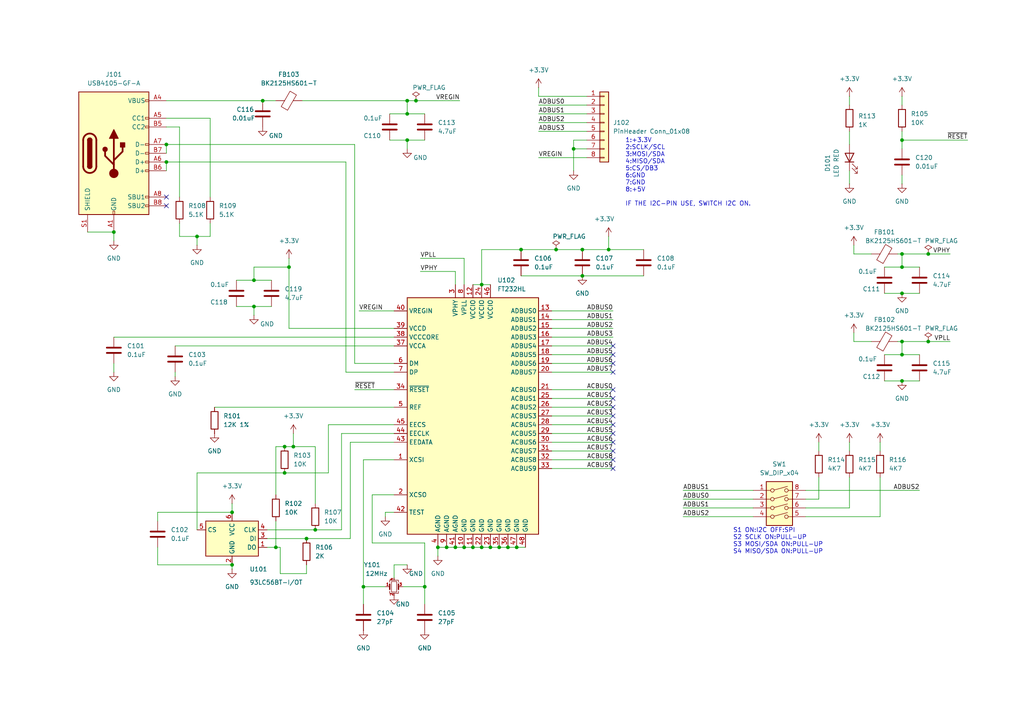
<source format=kicad_sch>
(kicad_sch (version 20250114) (generator "eeschema") (generator_version "9.0")
  (paper "A4")
  (title_block (title "I2C-SPI-UART ADAPTER R2") (date "2025-11-18") (rev "Rev.3") (company "HNZ") (comment 1 "Licensed under CC-BY-SA V4.0") (comment 2 "2025 (C) Hiroshi Nakajima <hnakamiru1103@gmail.com>"))
  (lib_symbols
    (symbol "Device:C" (pin_numbers (hide yes)) (pin_names (offset 0.254))
      (property "Reference" "C" (at 0.635 2.54 0))
      (property "Value" "C" (at 0.635 -2.54 0))
      (symbol "C_0_1"
        (polyline (pts (xy -2.032 0.762) (xy 2.032 0.762)) (stroke (width 0.508)))
        (polyline (pts (xy -2.032 -0.762) (xy 2.032 -0.762)) (stroke (width 0.508)))
      )
      (symbol "C_1_1"
        (pin passive line (at 0 3.81 270) (length 2.794) (name "~") (number "1"))
        (pin passive line (at 0 -3.81 90) (length 2.794) (name "~") (number "2"))
      )
    )
    (symbol "Device:FerriteBead" (pin_numbers (hide yes)) (pin_names (offset 0))
      (property "Reference" "FB" (at -3.81 0.635 90))
      (property "Value" "FerriteBead" (at 3.81 0 90))
      (symbol "FerriteBead_0_1"
        (polyline (pts (xy -2.7686 0.4064) (xy -1.7018 2.2606) (xy 2.7686 -0.3048) (xy 1.6764 -2.159) (xy -2.7686 0.4064)))
        (polyline (pts (xy 0 1.27) (xy 0 1.2954)))
        (polyline (pts (xy 0 -1.27) (xy 0 -1.2192)))
      )
      (symbol "FerriteBead_1_1"
        (pin passive line (at 0 3.81 270) (length 2.54) (name "~") (number "1"))
        (pin passive line (at 0 -3.81 90) (length 2.54) (name "~") (number "2"))
      )
    )
    (symbol "Device:LED" (pin_numbers (hide yes)) (pin_names (offset 1.016) (hide yes))
      (property "Reference" "D" (at 0 2.54 0))
      (property "Value" "LED" (at 0 -2.54 0))
      (symbol "LED_0_1"
        (polyline (pts (xy -3.048 -0.762) (xy -4.572 -2.286) (xy -3.81 -2.286) (xy -4.572 -2.286) (xy -4.572 -1.524)))
        (polyline (pts (xy -1.778 -0.762) (xy -3.302 -2.286) (xy -2.54 -2.286) (xy -3.302 -2.286) (xy -3.302 -1.524)))
        (polyline (pts (xy -1.27 0) (xy 1.27 0)))
        (polyline (pts (xy -1.27 -1.27) (xy -1.27 1.27)) (stroke (width 0.254)))
        (polyline (pts (xy 1.27 -1.27) (xy 1.27 1.27) (xy -1.27 0) (xy 1.27 -1.27)) (stroke (width 0.254)))
      )
      (symbol "LED_1_1"
        (pin passive line (at -3.81 0 0) (length 2.54) (name "K") (number "1"))
        (pin passive line (at 3.81 0 180) (length 2.54) (name "A") (number "2"))
      )
    )
    (symbol "Device:R" (pin_numbers (hide yes)) (pin_names (offset 0))
      (property "Reference" "R" (at 2.032 0 90))
      (property "Value" "R" (at 0 0 90))
      (symbol "R_0_1"
        (rectangle (start -1.016 -2.54) (end 1.016 2.54) (stroke (width 0.254)))
      )
      (symbol "R_1_1"
        (pin passive line (at 0 3.81 270) (length 1.27) (name "~") (number "1"))
        (pin passive line (at 0 -3.81 90) (length 1.27) (name "~") (number "2"))
      )
    )
    (symbol "Memory_EEPROM:93LCxxBxxOT"
      (property "Reference" "U" (at -6.35 6.35 0))
      (property "Value" "93LCxxBxxOT" (at 7.62 -6.35 0))
      (symbol "93LCxxBxxOT_0_1"
        (rectangle (start -7.62 5.08) (end 7.62 -5.08) (stroke (width 0.254)) (fill (type background)))
      )
      (symbol "93LCxxBxxOT_1_1"
        (pin input line (at -10.16 2.54 0) (length 2.54) (name "CS") (number "5"))
        (pin power_in line (at 0 7.62 270) (length 2.54) (name "VCC") (number "6"))
        (pin power_in line (at 0 -7.62 90) (length 2.54) (name "GND") (number "2"))
        (pin input line (at 10.16 2.54 180) (length 2.54) (name "CLK") (number "4"))
        (pin input line (at 10.16 0 180) (length 2.54) (name "DI") (number "3"))
        (pin tri_state line (at 10.16 -2.54 180) (length 2.54) (name "DO") (number "1"))
      )
    )
    (symbol "Switch:SW_DIP_x04" (pin_names (offset 0) (hide yes))
      (property "Reference" "SW" (at 0 8.89 0))
      (property "Value" "SW_DIP_x04" (at 0 -6.35 0))
      (symbol "SW_DIP_x04_0_0"
        (circle (center -2.032 5.08) (radius 0.508))
        (circle (center -2.032 2.54) (radius 0.508))
        (circle (center -2.032 0) (radius 0.508))
        (circle (center -2.032 -2.54) (radius 0.508))
        (polyline (pts (xy -1.524 5.207) (xy 2.3622 6.2484)))
        (polyline (pts (xy -1.524 2.667) (xy 2.3622 3.7084)))
        (polyline (pts (xy -1.524 0.127) (xy 2.3622 1.1684)))
        (polyline (pts (xy -1.524 -2.3876) (xy 2.3622 -1.3462)))
        (circle (center 2.032 5.08) (radius 0.508))
        (circle (center 2.032 2.54) (radius 0.508))
        (circle (center 2.032 0) (radius 0.508))
        (circle (center 2.032 -2.54) (radius 0.508))
      )
      (symbol "SW_DIP_x04_0_1"
        (rectangle (start -3.81 7.62) (end 3.81 -5.08) (stroke (width 0.254)) (fill (type background)))
      )
      (symbol "SW_DIP_x04_1_1"
        (pin passive line (at -7.62 5.08 0) (length 5.08) (name "~") (number "1"))
        (pin passive line (at -7.62 2.54 0) (length 5.08) (name "~") (number "2"))
        (pin passive line (at -7.62 0 0) (length 5.08) (name "~") (number "3"))
        (pin passive line (at -7.62 -2.54 0) (length 5.08) (name "~") (number "4"))
        (pin passive line (at 7.62 5.08 180) (length 5.08) (name "~") (number "8"))
        (pin passive line (at 7.62 2.54 180) (length 5.08) (name "~") (number "7"))
        (pin passive line (at 7.62 0 180) (length 5.08) (name "~") (number "6"))
        (pin passive line (at 7.62 -2.54 180) (length 5.08) (name "~") (number "5"))
      )
    )
    (symbol "hnk:PinHeader Conn_01x08" (pin_names (offset 1.016) (hide yes))
      (property "Reference" "J" (at 0 10.16 0))
      (property "Value" "PinHeader Conn_01x08" (at 0 -12.7 0))
      (symbol "PinHeader Conn_01x08_1_1"
        (rectangle (start -1.27 8.89) (end 1.27 -11.43) (stroke (width 0.254)) (fill (type background)))
        (rectangle (start -1.27 7.747) (end 0 7.493) (stroke (width 0.1524)))
        (rectangle (start -1.27 5.207) (end 0 4.953) (stroke (width 0.1524)))
        (rectangle (start -1.27 2.667) (end 0 2.413) (stroke (width 0.1524)))
        (rectangle (start -1.27 0.127) (end 0 -0.127) (stroke (width 0.1524)))
        (rectangle (start -1.27 -2.413) (end 0 -2.667) (stroke (width 0.1524)))
        (rectangle (start -1.27 -4.953) (end 0 -5.207) (stroke (width 0.1524)))
        (rectangle (start -1.27 -7.493) (end 0 -7.747) (stroke (width 0.1524)))
        (rectangle (start -1.27 -10.033) (end 0 -10.287) (stroke (width 0.1524)))
        (pin passive line (at -5.08 7.62 0) (length 3.81) (name "Pin_1") (number "1"))
        (pin passive line (at -5.08 5.08 0) (length 3.81) (name "Pin_2") (number "2"))
        (pin passive line (at -5.08 2.54 0) (length 3.81) (name "Pin_3") (number "3"))
        (pin passive line (at -5.08 0 0) (length 3.81) (name "Pin_4") (number "4"))
        (pin passive line (at -5.08 -2.54 0) (length 3.81) (name "Pin_5") (number "5"))
        (pin passive line (at -5.08 -5.08 0) (length 3.81) (name "Pin_6") (number "6"))
        (pin passive line (at -5.08 -7.62 0) (length 3.81) (name "Pin_7") (number "7"))
        (pin passive line (at -5.08 -10.16 0) (length 3.81) (name "Pin_8") (number "8"))
      )
    )
    (symbol "power:+3.3V" (power) (pin_numbers (hide yes)) (pin_names (offset 0) (hide yes))
      (property "Value" "+3.3V" (at 0 3.556 0))
      (symbol "+3.3V_0_1"
        (polyline (pts (xy -0.762 1.27) (xy 0 2.54)))
        (polyline (pts (xy 0 2.54) (xy 0.762 1.27)))
        (polyline (pts (xy 0 0) (xy 0 2.54)))
      )
      (symbol "+3.3V_1_1"
        (pin power_in line (at 0 0 90) (length 0) (name "~") (number "1"))
      )
    )
    (symbol "power:GND" (power) (pin_numbers (hide yes)) (pin_names (offset 0) (hide yes))
      (property "Value" "GND" (at 0 -3.81 0))
      (symbol "GND_0_1"
        (polyline (pts (xy 0 0) (xy 0 -1.27) (xy 1.27 -1.27) (xy 0 -2.54) (xy -1.27 -1.27) (xy 0 -1.27)))
      )
      (symbol "GND_1_1"
        (pin power_in line (at 0 0 270) (length 0) (name "~") (number "1"))
      )
    )
    (symbol "power:PWR_FLAG" (power) (pin_numbers (hide yes)) (pin_names (offset 0) (hide yes))
      (property "Value" "PWR_FLAG" (at 0 3.81 0))
      (symbol "PWR_FLAG_0_0"
        (pin power_out line (at 0 0 90) (length 0) (name "~") (number "1"))
      )
      (symbol "PWR_FLAG_0_1"
        (polyline (pts (xy 0 0) (xy 0 1.27) (xy -1.016 1.905) (xy 0 2.54) (xy 1.016 1.905) (xy 0 1.27)))
      )
    )
    (symbol "tbctl:0.1uF" (pin_numbers (hide yes)) (pin_names (offset 0.254))
      (property "Reference" "C" (at 0.635 2.54 0))
      (property "Value" "0.1uF" (at 0.635 -2.54 0))
      (symbol "0.1uF_0_1"
        (polyline (pts (xy -2.032 0.762) (xy 2.032 0.762)) (stroke (width 0.508)))
        (polyline (pts (xy -2.032 -0.762) (xy 2.032 -0.762)) (stroke (width 0.508)))
      )
      (symbol "0.1uF_1_1"
        (pin passive line (at 0 3.81 270) (length 2.794) (name "~") (number "1"))
        (pin passive line (at 0 -3.81 90) (length 2.794) (name "~") (number "2"))
      )
    )
    (symbol "tbctl:0R" (pin_numbers (hide yes)) (pin_names (offset 0))
      (property "Reference" "R" (at 2.032 0 90))
      (property "Value" "0R" (at 0 0 90))
      (symbol "0R_0_1"
        (rectangle (start -1.016 -2.54) (end 1.016 2.54) (stroke (width 0.254)))
      )
      (symbol "0R_1_1"
        (pin passive line (at 0 3.81 270) (length 1.27) (name "~") (number "1"))
        (pin passive line (at 0 -3.81 90) (length 1.27) (name "~") (number "2"))
      )
    )
    (symbol "tbctl:12MHz" (pin_names (offset 1.016) (hide yes))
      (property "Reference" "Y" (at 1.27 4.445 0))
      (property "Value" "12MHz" (at 1.27 2.54 0))
      (symbol "12MHz_0_1"
        (polyline (pts (xy -1.27 1.27) (xy -1.27 1.905) (xy 1.27 1.905) (xy 1.27 1.27)))
        (polyline (pts (xy -1.27 -0.762) (xy -1.27 0.762)) (stroke (width 0.381)))
        (polyline (pts (xy -1.27 -1.27) (xy -1.27 -1.905) (xy 1.27 -1.905) (xy 1.27 -1.27)))
        (rectangle (start -0.762 -1.524) (end 0.762 1.524))
        (polyline (pts (xy 1.27 -0.762) (xy 1.27 0.762)) (stroke (width 0.381)))
      )
      (symbol "12MHz_1_1"
        (pin passive line (at -2.54 0 0) (length 1.27) (name "1") (number "1"))
        (pin passive line (at 0 2.54 270) (length 0.635) (name "4") (number "4"))
        (pin passive line (at 0 -2.54 90) (length 0.635) (name "2") (number "2"))
        (pin passive line (at 2.54 0 180) (length 1.27) (name "3") (number "3"))
      )
    )
    (symbol "tbctl:601-T" (pin_numbers (hide yes)) (pin_names (offset 0))
      (property "Reference" "FB" (at -3.81 0.635 90))
      (property "Value" "601-T" (at 3.81 0 90))
      (symbol "601-T_0_1"
        (polyline (pts (xy -2.7686 0.4064) (xy -1.7018 2.2606) (xy 2.7686 -0.3048) (xy 1.6764 -2.159) (xy -2.7686 0.4064)))
        (polyline (pts (xy 0 1.27) (xy 0 1.2954)))
        (polyline (pts (xy 0 -1.27) (xy 0 -1.2192)))
      )
      (symbol "601-T_1_1"
        (pin passive line (at 0 3.81 270) (length 2.54) (name "~") (number "1"))
        (pin passive line (at 0 -3.81 90) (length 2.54) (name "~") (number "2"))
      )
    )
    (symbol "tbctl:FT232HL"
      (property "Reference" "U" (at -19.05 35.56 0))
      (property "Value" "FT232HL" (at 12.7 35.56 0))
      (symbol "FT232HL_0_1"
        (rectangle (start -19.05 34.29) (end 19.05 -34.29) (stroke (width 0.254)) (fill (type background)))
      )
      (symbol "FT232HL_1_1"
        (pin power_in line (at -22.86 30.48 0) (length 3.81) (name "VREGIN") (number "40"))
        (pin power_in line (at -22.86 25.4 0) (length 3.81) (name "VCCD") (number "39"))
        (pin power_out line (at -22.86 22.86 0) (length 3.81) (name "VCCCORE") (number "38"))
        (pin power_out line (at -22.86 20.32 0) (length 3.81) (name "VCCA") (number "37"))
        (pin bidirectional line (at -22.86 15.24 0) (length 3.81) (name "DM") (number "6"))
        (pin bidirectional line (at -22.86 12.7 0) (length 3.81) (name "DP") (number "7"))
        (pin input line (at -22.86 7.62 0) (length 3.81) (name "~{RESET}") (number "34"))
        (pin input line (at -22.86 2.54 0) (length 3.81) (name "REF") (number "5"))
        (pin input line (at -22.86 -2.54 0) (length 3.81) (name "EECS") (number "45"))
        (pin input line (at -22.86 -5.08 0) (length 3.81) (name "EECLK") (number "44"))
        (pin bidirectional line (at -22.86 -7.62 0) (length 3.81) (name "EEDATA") (number "43"))
        (pin input line (at -22.86 -12.7 0) (length 3.81) (name "XCSI") (number "1"))
        (pin output line (at -22.86 -22.86 0) (length 3.81) (name "XCSO") (number "2"))
        (pin input line (at -22.86 -27.94 0) (length 3.81) (name "TEST") (number "42"))
        (pin power_in line (at -10.16 -38.1 90) (length 3.81) (name "AGND") (number "4"))
        (pin power_in line (at -7.62 -38.1 90) (length 3.81) (name "AGND") (number "9"))
        (pin power_in line (at -5.08 38.1 270) (length 3.81) (name "VPHY") (number "3"))
        (pin power_in line (at -5.08 -38.1 90) (length 3.81) (name "AGND") (number "41"))
        (pin power_in line (at -2.54 38.1 270) (length 3.81) (name "VPLL") (number "8"))
        (pin power_in line (at -2.54 -38.1 90) (length 3.81) (name "GND") (number "10"))
        (pin power_in line (at 0 38.1 270) (length 3.81) (name "VCCIO") (number "12"))
        (pin power_in line (at 0 -38.1 90) (length 3.81) (name "GND") (number "11"))
        (pin power_in line (at 2.54 38.1 270) (length 3.81) (name "VCCIO") (number "24"))
        (pin power_in line (at 2.54 -38.1 90) (length 3.81) (name "GND") (number "22"))
        (pin power_in line (at 5.08 38.1 270) (length 3.81) (name "VCCIO") (number "46"))
        (pin power_in line (at 5.08 -38.1 90) (length 3.81) (name "GND") (number "23"))
        (pin power_in line (at 7.62 -38.1 90) (length 3.81) (name "GND") (number "35"))
        (pin power_in line (at 10.16 -38.1 90) (length 3.81) (name "GND") (number "36"))
        (pin power_in line (at 12.7 -38.1 90) (length 3.81) (name "GND") (number "47"))
        (pin power_in line (at 15.24 -38.1 90) (length 3.81) (name "GND") (number "48"))
        (pin bidirectional line (at 22.86 30.48 180) (length 3.81) (name "ADBUS0") (number "13"))
        (pin bidirectional line (at 22.86 27.94 180) (length 3.81) (name "ADBUS1") (number "14"))
        (pin bidirectional line (at 22.86 25.4 180) (length 3.81) (name "ADBUS2") (number "15"))
        (pin bidirectional line (at 22.86 22.86 180) (length 3.81) (name "ADBUS3") (number "16"))
        (pin bidirectional line (at 22.86 20.32 180) (length 3.81) (name "ADBUS4") (number "17"))
        (pin bidirectional line (at 22.86 17.78 180) (length 3.81) (name "ADBUS5") (number "18"))
        (pin bidirectional line (at 22.86 15.24 180) (length 3.81) (name "ADBUS6") (number "19"))
        (pin bidirectional line (at 22.86 12.7 180) (length 3.81) (name "ADBUS7") (number "20"))
        (pin bidirectional line (at 22.86 7.62 180) (length 3.81) (name "ACBUS0") (number "21"))
        (pin bidirectional line (at 22.86 5.08 180) (length 3.81) (name "ACBUS1") (number "25"))
        (pin bidirectional line (at 22.86 2.54 180) (length 3.81) (name "ACBUS2") (number "26"))
        (pin bidirectional line (at 22.86 0 180) (length 3.81) (name "ACBUS3") (number "27"))
        (pin bidirectional line (at 22.86 -2.54 180) (length 3.81) (name "ACBUS4") (number "28"))
        (pin bidirectional line (at 22.86 -5.08 180) (length 3.81) (name "ACBUS5") (number "29"))
        (pin bidirectional line (at 22.86 -7.62 180) (length 3.81) (name "ACBUS6") (number "30"))
        (pin bidirectional line (at 22.86 -10.16 180) (length 3.81) (name "ACBUS7") (number "31"))
        (pin bidirectional line (at 22.86 -12.7 180) (length 3.81) (name "ACBUS8") (number "32"))
        (pin bidirectional line (at 22.86 -15.24 180) (length 3.81) (name "ACBUS9") (number "33"))
      )
    )
    (symbol "tbctl:USB_C_Receptacle_USB2.0_5077CR" (pin_names (offset 1.016))
      (property "Reference" "J" (at -10.16 19.05 0))
      (property "Value" "USB_C_Receptacle_USB2.0_5077CR" (at 19.05 19.05 0))
      (symbol "USB_C_Receptacle_USB2.0_5077CR_0_0"
        (rectangle (start -0.254 -17.78) (end 0.254 -16.764))
        (rectangle (start 10.16 15.494) (end 9.144 14.986))
        (rectangle (start 10.16 10.414) (end 9.144 9.906))
        (rectangle (start 10.16 7.874) (end 9.144 7.366))
        (rectangle (start 10.16 2.794) (end 9.144 2.286))
        (rectangle (start 10.16 0.254) (end 9.144 -0.254))
        (rectangle (start 10.16 -2.286) (end 9.144 -2.794))
        (rectangle (start 10.16 -4.826) (end 9.144 -5.334))
        (rectangle (start 10.16 -12.446) (end 9.144 -12.954))
        (rectangle (start 10.16 -14.986) (end 9.144 -15.494))
      )
      (symbol "USB_C_Receptacle_USB2.0_5077CR_0_1"
        (rectangle (start -10.16 17.78) (end 10.16 -17.78) (stroke (width 0.254)) (fill (type background)))
        (polyline (pts (xy -8.89 -3.81) (xy -8.89 3.81)) (stroke (width 0.508)))
        (rectangle (start -7.62 -3.81) (end -6.35 3.81) (stroke (width 0.254)) (fill (type outline)))
        (arc (start -7.62 3.81) (mid -6.985 4.4423) (end -6.35 3.81) (stroke (width 0.254)))
        (arc (start -7.62 3.81) (mid -6.985 4.4423) (end -6.35 3.81) (stroke (width 0.254)) (fill (type outline)))
        (arc (start -8.89 3.81) (mid -6.985 5.7067) (end -5.08 3.81) (stroke (width 0.508)))
        (arc (start -5.08 -3.81) (mid -6.985 -5.7067) (end -8.89 -3.81) (stroke (width 0.508)))
        (arc (start -6.35 -3.81) (mid -6.985 -4.4423) (end -7.62 -3.81) (stroke (width 0.254)))
        (arc (start -6.35 -3.81) (mid -6.985 -4.4423) (end -7.62 -3.81) (stroke (width 0.254)) (fill (type outline)))
        (polyline (pts (xy -5.08 3.81) (xy -5.08 -3.81)) (stroke (width 0.508)))
        (circle (center -2.54 1.143) (radius 0.635) (stroke (width 0.254)) (fill (type outline)))
        (polyline (pts (xy -1.27 4.318) (xy 0 6.858) (xy 1.27 4.318) (xy -1.27 4.318)) (stroke (width 0.254)) (fill (type outline)))
        (polyline (pts (xy 0 -2.032) (xy 2.54 0.508) (xy 2.54 1.778)) (stroke (width 0.508)))
        (polyline (pts (xy 0 -3.302) (xy -2.54 -0.762) (xy -2.54 0.508)) (stroke (width 0.508)))
        (polyline (pts (xy 0 -5.842) (xy 0 4.318)) (stroke (width 0.508)))
        (circle (center 0 -5.842) (radius 1.27) (fill (type outline)))
        (rectangle (start 1.905 1.778) (end 3.175 3.048) (stroke (width 0.254)) (fill (type outline)))
      )
      (symbol "USB_C_Receptacle_USB2.0_5077CR_1_1"
        (pin passive line (at -7.62 -22.86 90) (length 5.08) (name "SHIELD") (number "S1"))
        (pin passive line (at 0 -22.86 90) (length 5.08) (name "GND") (number "A1"))
        (pin passive line (at 0 -22.86 90) (length 5.08) (hide yes) (name "GND") (number "A12"))
        (pin passive line (at 0 -22.86 90) (length 5.08) (hide yes) (name "GND") (number "B1"))
        (pin passive line (at 0 -22.86 90) (length 5.08) (hide yes) (name "GND") (number "B12"))
        (pin passive line (at 15.24 15.24 180) (length 5.08) (name "VBUS") (number "A4"))
        (pin passive line (at 15.24 15.24 180) (length 5.08) (hide yes) (name "VBUS") (number "A9"))
        (pin passive line (at 15.24 15.24 180) (length 5.08) (hide yes) (name "VBUS") (number "B4"))
        (pin passive line (at 15.24 15.24 180) (length 5.08) (hide yes) (name "VBUS") (number "B9"))
        (pin bidirectional line (at 15.24 10.16 180) (length 5.08) (name "CC1") (number "A5"))
        (pin bidirectional line (at 15.24 7.62 180) (length 5.08) (name "CC2") (number "B5"))
        (pin bidirectional line (at 15.24 2.54 180) (length 5.08) (name "D-") (number "A7"))
        (pin bidirectional line (at 15.24 0 180) (length 5.08) (name "D-") (number "B7"))
        (pin bidirectional line (at 15.24 -2.54 180) (length 5.08) (name "D+") (number "A6"))
        (pin bidirectional line (at 15.24 -5.08 180) (length 5.08) (name "D+") (number "B6"))
        (pin bidirectional line (at 15.24 -12.7 180) (length 5.08) (name "SBU1") (number "A8"))
        (pin bidirectional line (at 15.24 -15.24 180) (length 5.08) (name "SBU2") (number "B8"))
      )
    )
  )
  (text "1:+3.3V\n2:SCLK/SCL\n3:MOSI/SDA\n4:MISO/SDA\n5:CS/DB3\n6:GND\n7:GND\n8:+5V\n\nIF THE I2C-PIN USE, SWITCH I2C ON. " (at 181.356 59.944 0) (effects (font (size 1.27 1.27)) (justify left bottom)))
  (text "S1 ON:I2C OFF:SPI\nS2 SCLK ON:PULL-UP\nS3 MOSI/SDA ON:PULL-UP\nS4 MISO/SDA ON:PULL-UP" (at 212.598 156.972 0) (effects (font (size 1.27 1.27)) (justify left)))
  (junction (at 261.62 73.66))
  (junction (at 123.19 170.18))
  (junction (at 144.78 158.75))
  (junction (at 166.37 43.18))
  (junction (at 142.24 158.75))
  (junction (at 105.41 170.18))
  (junction (at 261.62 77.47))
  (junction (at 261.62 40.64))
  (junction (at 147.32 158.75))
  (junction (at 139.7 158.75))
  (junction (at 176.53 72.39))
  (junction (at 132.08 158.75))
  (junction (at 129.54 158.75))
  (junction (at 118.11 29.21))
  (junction (at 76.2 29.21))
  (junction (at 82.55 137.16))
  (junction (at 82.55 129.54))
  (junction (at 137.16 158.75))
  (junction (at 85.09 129.54))
  (junction (at 67.31 148.59))
  (junction (at 120.65 29.21))
  (junction (at 261.62 102.87))
  (junction (at 127 158.75))
  (junction (at 261.62 99.06))
  (junction (at 139.7 82.55))
  (junction (at 134.62 158.75))
  (junction (at 57.15 68.58))
  (junction (at 73.66 88.9))
  (junction (at 83.82 77.47))
  (junction (at 118.11 33.02))
  (junction (at 269.24 99.06))
  (junction (at 48.26 46.99))
  (junction (at 88.9 156.21))
  (junction (at 151.13 72.39))
  (junction (at 269.24 73.66))
  (junction (at 33.02 67.31))
  (junction (at 168.91 72.39))
  (junction (at 149.86 158.75))
  (junction (at 73.66 81.28))
  (junction (at 168.91 80.01))
  (junction (at 80.01 158.75))
  (junction (at 118.11 40.64))
  (junction (at 161.29 72.39))
  (junction (at 67.31 163.83))
  (junction (at 261.62 85.09))
  (junction (at 261.62 110.49))
  (junction (at 91.44 153.67))
  (junction (at 48.26 41.91))
  (no_connect (at 48.26 57.15))
  (no_connect (at 177.8 115.57))
  (no_connect (at 177.8 128.27))
  (no_connect (at 177.8 107.95))
  (no_connect (at 177.8 133.35))
  (no_connect (at 48.26 59.69))
  (no_connect (at 177.8 120.65))
  (no_connect (at 177.8 123.19))
  (no_connect (at 177.8 102.87))
  (no_connect (at 177.8 130.81))
  (no_connect (at 177.8 118.11))
  (no_connect (at 177.8 135.89))
  (no_connect (at 177.8 113.03))
  (no_connect (at 177.8 100.33))
  (no_connect (at 177.8 105.41))
  (no_connect (at 177.8 125.73))
  (wire (pts (xy 102.87 105.41) (xy 114.3 105.41)))
  (wire (pts (xy 139.7 82.55) (xy 142.24 82.55)))
  (wire (pts (xy 99.06 125.73) (xy 114.3 125.73)))
  (wire (pts (xy 104.14 90.17) (xy 114.3 90.17)))
  (wire (pts (xy 129.54 158.75) (xy 132.08 158.75)))
  (wire (pts (xy 77.47 156.21) (xy 88.9 156.21)))
  (wire (pts (xy 81.28 166.37) (xy 81.28 158.75)))
  (wire (pts (xy 142.24 158.75) (xy 144.78 158.75)))
  (wire (pts (xy 160.02 107.95) (xy 177.8 107.95)))
  (wire (pts (xy 95.25 123.19) (xy 95.25 137.16)))
  (wire (pts (xy 91.44 146.05) (xy 91.44 129.54)))
  (wire (pts (xy 237.49 138.43) (xy 237.49 144.78)))
  (wire (pts (xy 33.02 107.95) (xy 33.02 105.41)))
  (wire (pts (xy 88.9 163.83) (xy 88.9 166.37)))
  (wire (pts (xy 102.87 113.03) (xy 114.3 113.03)))
  (wire (pts (xy 269.24 73.66) (xy 275.59 73.66)))
  (wire (pts (xy 160.02 135.89) (xy 177.8 135.89)))
  (wire (pts (xy 50.8 109.22) (xy 50.8 107.95)))
  (wire (pts (xy 237.49 128.27) (xy 237.49 130.81)))
  (wire (pts (xy 81.28 158.75) (xy 80.01 158.75)))
  (wire (pts (xy 255.27 138.43) (xy 255.27 149.86)))
  (wire (pts (xy 68.58 81.28) (xy 73.66 81.28)))
  (wire (pts (xy 176.53 72.39) (xy 168.91 72.39)))
  (wire (pts (xy 233.68 147.32) (xy 246.38 147.32)))
  (wire (pts (xy 161.29 72.39) (xy 151.13 72.39)))
  (wire (pts (xy 156.21 35.56) (xy 170.18 35.56)))
  (wire (pts (xy 48.26 41.91) (xy 102.87 41.91)))
  (wire (pts (xy 198.12 142.24) (xy 218.44 142.24)))
  (wire (pts (xy 149.86 158.75) (xy 152.4 158.75)))
  (wire (pts (xy 33.02 97.79) (xy 114.3 97.79)))
  (wire (pts (xy 160.02 125.73) (xy 177.8 125.73)))
  (wire (pts (xy 100.33 107.95) (xy 114.3 107.95)))
  (wire (pts (xy 261.62 50.8) (xy 261.62 53.34)))
  (wire (pts (xy 114.3 148.59) (xy 111.76 148.59)))
  (wire (pts (xy 256.54 110.49) (xy 261.62 110.49)))
  (wire (pts (xy 261.62 85.09) (xy 266.7 85.09)))
  (wire (pts (xy 85.09 129.54) (xy 91.44 129.54)))
  (wire (pts (xy 83.82 74.93) (xy 83.82 77.47)))
  (wire (pts (xy 198.12 147.32) (xy 218.44 147.32)))
  (wire (pts (xy 107.95 143.51) (xy 107.95 157.48)))
  (wire (pts (xy 256.54 77.47) (xy 261.62 77.47)))
  (wire (pts (xy 118.11 29.21) (xy 118.11 33.02)))
  (wire (pts (xy 80.01 158.75) (xy 77.47 158.75)))
  (wire (pts (xy 160.02 118.11) (xy 177.8 118.11)))
  (wire (pts (xy 137.16 158.75) (xy 139.7 158.75)))
  (wire (pts (xy 80.01 151.13) (xy 80.01 158.75)))
  (wire (pts (xy 256.54 102.87) (xy 261.62 102.87)))
  (wire (pts (xy 261.62 27.94) (xy 261.62 30.48)))
  (wire (pts (xy 134.62 158.75) (xy 137.16 158.75)))
  (wire (pts (xy 261.62 99.06) (xy 269.24 99.06)))
  (wire (pts (xy 48.26 46.99) (xy 48.26 49.53)))
  (wire (pts (xy 52.07 68.58) (xy 57.15 68.58)))
  (wire (pts (xy 114.3 143.51) (xy 107.95 143.51)))
  (wire (pts (xy 139.7 158.75) (xy 142.24 158.75)))
  (wire (pts (xy 121.92 74.93) (xy 134.62 74.93)))
  (wire (pts (xy 168.91 72.39) (xy 161.29 72.39)))
  (wire (pts (xy 118.11 40.64) (xy 123.19 40.64)))
  (wire (pts (xy 81.28 166.37) (xy 88.9 166.37)))
  (wire (pts (xy 123.19 170.18) (xy 123.19 175.26)))
  (wire (pts (xy 160.02 97.79) (xy 177.8 97.79)))
  (wire (pts (xy 77.47 153.67) (xy 91.44 153.67)))
  (wire (pts (xy 133.35 29.21) (xy 120.65 29.21)))
  (wire (pts (xy 156.21 30.48) (xy 170.18 30.48)))
  (wire (pts (xy 73.66 81.28) (xy 78.74 81.28)))
  (wire (pts (xy 233.68 142.24) (xy 266.7 142.24)))
  (wire (pts (xy 256.54 85.09) (xy 261.62 85.09)))
  (wire (pts (xy 88.9 156.21) (xy 101.6 156.21)))
  (wire (pts (xy 123.19 157.48) (xy 123.19 170.18)))
  (wire (pts (xy 160.02 123.19) (xy 177.8 123.19)))
  (wire (pts (xy 25.4 67.31) (xy 33.02 67.31)))
  (wire (pts (xy 160.02 133.35) (xy 177.8 133.35)))
  (wire (pts (xy 60.96 68.58) (xy 60.96 64.77)))
  (wire (pts (xy 261.62 102.87) (xy 266.7 102.87)))
  (wire (pts (xy 160.02 115.57) (xy 177.8 115.57)))
  (wire (pts (xy 73.66 88.9) (xy 78.74 88.9)))
  (wire (pts (xy 50.8 100.33) (xy 114.3 100.33)))
  (wire (pts (xy 95.25 123.19) (xy 114.3 123.19)))
  (wire (pts (xy 52.07 64.77) (xy 52.07 68.58)))
  (wire (pts (xy 151.13 72.39) (xy 139.7 72.39)))
  (wire (pts (xy 134.62 74.93) (xy 134.62 82.55)))
  (wire (pts (xy 48.26 36.83) (xy 52.07 36.83)))
  (wire (pts (xy 100.33 46.99) (xy 100.33 107.95)))
  (wire (pts (xy 269.24 99.06) (xy 275.59 99.06)))
  (wire (pts (xy 102.87 41.91) (xy 102.87 105.41)))
  (wire (pts (xy 252.73 73.66) (xy 247.65 73.66)))
  (wire (pts (xy 261.62 77.47) (xy 266.7 77.47)))
  (wire (pts (xy 255.27 128.27) (xy 255.27 130.81)))
  (wire (pts (xy 166.37 43.18) (xy 166.37 49.53)))
  (wire (pts (xy 132.08 78.74) (xy 132.08 82.55)))
  (wire (pts (xy 48.26 29.21) (xy 76.2 29.21)))
  (wire (pts (xy 132.08 158.75) (xy 134.62 158.75)))
  (wire (pts (xy 57.15 137.16) (xy 57.15 153.67)))
  (wire (pts (xy 139.7 72.39) (xy 139.7 82.55)))
  (wire (pts (xy 127 158.75) (xy 129.54 158.75)))
  (wire (pts (xy 95.25 137.16) (xy 82.55 137.16)))
  (wire (pts (xy 48.26 46.99) (xy 100.33 46.99)))
  (wire (pts (xy 261.62 40.64) (xy 280.67 40.64)))
  (wire (pts (xy 83.82 95.25) (xy 114.3 95.25)))
  (wire (pts (xy 160.02 130.81) (xy 177.8 130.81)))
  (wire (pts (xy 82.55 137.16) (xy 57.15 137.16)))
  (wire (pts (xy 107.95 157.48) (xy 123.19 157.48)))
  (wire (pts (xy 160.02 120.65) (xy 177.8 120.65)))
  (wire (pts (xy 101.6 128.27) (xy 101.6 156.21)))
  (wire (pts (xy 261.62 40.64) (xy 261.62 43.18)))
  (wire (pts (xy 118.11 43.18) (xy 118.11 40.64)))
  (wire (pts (xy 160.02 100.33) (xy 177.8 100.33)))
  (wire (pts (xy 121.92 78.74) (xy 132.08 78.74)))
  (wire (pts (xy 246.38 27.94) (xy 246.38 30.48)))
  (wire (pts (xy 260.35 99.06) (xy 261.62 99.06)))
  (wire (pts (xy 261.62 77.47) (xy 261.62 73.66)))
  (wire (pts (xy 144.78 158.75) (xy 147.32 158.75)))
  (wire (pts (xy 76.2 29.21) (xy 80.01 29.21)))
  (wire (pts (xy 113.03 33.02) (xy 118.11 33.02)))
  (wire (pts (xy 247.65 99.06) (xy 247.65 96.52)))
  (wire (pts (xy 160.02 92.71) (xy 177.8 92.71)))
  (wire (pts (xy 67.31 148.59) (xy 45.72 148.59)))
  (wire (pts (xy 48.26 41.91) (xy 48.26 44.45)))
  (wire (pts (xy 261.62 102.87) (xy 261.62 99.06)))
  (wire (pts (xy 120.65 29.21) (xy 118.11 29.21)))
  (wire (pts (xy 118.11 163.83) (xy 114.3 163.83)))
  (wire (pts (xy 73.66 77.47) (xy 73.66 81.28)))
  (wire (pts (xy 166.37 40.64) (xy 166.37 43.18)))
  (wire (pts (xy 170.18 40.64) (xy 166.37 40.64)))
  (wire (pts (xy 137.16 82.55) (xy 139.7 82.55)))
  (wire (pts (xy 160.02 90.17) (xy 177.8 90.17)))
  (wire (pts (xy 156.21 25.4) (xy 156.21 27.94)))
  (wire (pts (xy 198.12 149.86) (xy 218.44 149.86)))
  (wire (pts (xy 113.03 40.64) (xy 118.11 40.64)))
  (wire (pts (xy 45.72 158.75) (xy 45.72 163.83)))
  (wire (pts (xy 99.06 125.73) (xy 99.06 153.67)))
  (wire (pts (xy 151.13 80.01) (xy 168.91 80.01)))
  (wire (pts (xy 57.15 68.58) (xy 57.15 71.12)))
  (wire (pts (xy 82.55 129.54) (xy 85.09 129.54)))
  (wire (pts (xy 67.31 146.05) (xy 67.31 148.59)))
  (wire (pts (xy 260.35 73.66) (xy 261.62 73.66)))
  (wire (pts (xy 73.66 77.47) (xy 83.82 77.47)))
  (wire (pts (xy 156.21 45.72) (xy 170.18 45.72)))
  (wire (pts (xy 83.82 77.47) (xy 83.82 95.25)))
  (wire (pts (xy 160.02 105.41) (xy 177.8 105.41)))
  (wire (pts (xy 105.41 133.35) (xy 105.41 170.18)))
  (wire (pts (xy 57.15 68.58) (xy 60.96 68.58)))
  (wire (pts (xy 73.66 91.44) (xy 73.66 88.9)))
  (wire (pts (xy 246.38 138.43) (xy 246.38 147.32)))
  (wire (pts (xy 176.53 68.58) (xy 176.53 72.39)))
  (wire (pts (xy 111.76 148.59) (xy 111.76 149.86)))
  (wire (pts (xy 85.09 125.73) (xy 85.09 129.54)))
  (wire (pts (xy 233.68 144.78) (xy 237.49 144.78)))
  (wire (pts (xy 48.26 34.29) (xy 60.96 34.29)))
  (wire (pts (xy 168.91 80.01) (xy 186.69 80.01)))
  (wire (pts (xy 91.44 153.67) (xy 99.06 153.67)))
  (wire (pts (xy 247.65 73.66) (xy 247.65 71.12)))
  (wire (pts (xy 114.3 128.27) (xy 101.6 128.27)))
  (wire (pts (xy 246.38 38.1) (xy 246.38 41.91)))
  (wire (pts (xy 45.72 163.83) (xy 67.31 163.83)))
  (wire (pts (xy 160.02 128.27) (xy 177.8 128.27)))
  (wire (pts (xy 105.41 170.18) (xy 105.41 175.26)))
  (wire (pts (xy 252.73 99.06) (xy 247.65 99.06)))
  (wire (pts (xy 116.84 170.18) (xy 123.19 170.18)))
  (wire (pts (xy 261.62 38.1) (xy 261.62 40.64)))
  (wire (pts (xy 52.07 36.83) (xy 52.07 57.15)))
  (wire (pts (xy 127 161.29) (xy 127 158.75)))
  (wire (pts (xy 156.21 33.02) (xy 170.18 33.02)))
  (wire (pts (xy 68.58 88.9) (xy 73.66 88.9)))
  (wire (pts (xy 114.3 133.35) (xy 105.41 133.35)))
  (wire (pts (xy 62.23 118.11) (xy 114.3 118.11)))
  (wire (pts (xy 246.38 49.53) (xy 246.38 53.34)))
  (wire (pts (xy 166.37 43.18) (xy 170.18 43.18)))
  (wire (pts (xy 246.38 128.27) (xy 246.38 130.81)))
  (wire (pts (xy 33.02 67.31) (xy 33.02 69.85)))
  (wire (pts (xy 60.96 34.29) (xy 60.96 57.15)))
  (wire (pts (xy 261.62 110.49) (xy 266.7 110.49)))
  (wire (pts (xy 261.62 73.66) (xy 269.24 73.66)))
  (wire (pts (xy 233.68 149.86) (xy 255.27 149.86)))
  (wire (pts (xy 186.69 72.39) (xy 176.53 72.39)))
  (wire (pts (xy 160.02 102.87) (xy 177.8 102.87)))
  (wire (pts (xy 105.41 170.18) (xy 111.76 170.18)))
  (wire (pts (xy 147.32 158.75) (xy 149.86 158.75)))
  (wire (pts (xy 156.21 38.1) (xy 170.18 38.1)))
  (wire (pts (xy 114.3 163.83) (xy 114.3 167.64)))
  (wire (pts (xy 160.02 113.03) (xy 177.8 113.03)))
  (wire (pts (xy 160.02 95.25) (xy 177.8 95.25)))
  (wire (pts (xy 45.72 148.59) (xy 45.72 151.13)))
  (wire (pts (xy 198.12 144.78) (xy 218.44 144.78)))
  (wire (pts (xy 87.63 29.21) (xy 118.11 29.21)))
  (wire (pts (xy 67.31 165.1) (xy 67.31 163.83)))
  (wire (pts (xy 118.11 33.02) (xy 123.19 33.02)))
  (wire (pts (xy 80.01 129.54) (xy 82.55 129.54)))
  (wire (pts (xy 156.21 27.94) (xy 170.18 27.94)))
  (wire (pts (xy 80.01 143.51) (xy 80.01 129.54)))
  (label "ACBUS4" (at 170.18 123.19 0))
  (label "ADBUS7" (at 170.18 107.95 0))
  (label "VPLL" (at 275.59 99.06 180))
  (label "ADBUS1" (at 198.12 142.24 0))
  (label "ADBUS2" (at 198.12 149.86 0))
  (label "VPHY" (at 121.92 78.74 0))
  (label "ADBUS2" (at 177.8 95.25 180))
  (label "ADBUS0" (at 156.21 30.48 0))
  (label "ACBUS3" (at 170.18 120.65 0))
  (label "ADBUS6" (at 170.18 105.41 0))
  (label "ACBUS9" (at 177.8 135.89 180))
  (label "ACBUS5" (at 177.8 125.73 180))
  (label "ACBUS0" (at 170.18 113.03 0))
  (label "ADBUS2" (at 266.7 142.24 180))
  (label "ADBUS1" (at 156.21 33.02 0))
  (label "VPLL" (at 121.92 74.93 0))
  (label "ADBUS0" (at 198.12 144.78 0))
  (label "ADBUS4" (at 170.18 100.33 0))
  (label "ACBUS2" (at 170.18 118.11 0))
  (label "ACBUS6" (at 177.8 128.27 180))
  (label "VREGIN" (at 104.14 90.17 0))
  (label "ADBUS5" (at 170.18 102.87 0))
  (label "ADBUS1" (at 177.8 92.71 180))
  (label "ADBUS0" (at 177.8 90.17 180))
  (label "VPHY" (at 275.59 73.66 180))
  (label "ACBUS1" (at 170.18 115.57 0))
  (label "ACBUS8" (at 177.8 133.35 180))
  (label "ADBUS2" (at 156.21 35.56 0))
  (label "VREGIN" (at 156.21 45.72 0))
  (label "ADBUS3" (at 177.8 97.79 180))
  (label "ACBUS7" (at 170.18 130.81 0))
  (label "~{RESET}" (at 280.67 40.64 180))
  (label "~{RESET}" (at 102.87 113.03 0))
  (label "ADBUS3" (at 156.21 38.1 0))
  (label "VREGIN" (at 133.35 29.21 180))
  (label "ADBUS1" (at 198.12 147.32 0))
  (symbol (lib_id "power:GND") (at 33.02 69.85 0) (unit 1)
    (property "Reference" "#PWR0116" (effects (hide yes)))
    (property "Value" "GND" (at 33.02 74.93 0))
  )
  (symbol (lib_id "power:+3.3V") (at 246.38 128.27 0) (unit 1)
    (property "Reference" "#PWR0133" (effects (hide yes)))
    (property "Value" "+3.3V" (at 246.38 123.19 0))
  )
  (symbol (lib_id "Device:C") (at 266.7 106.68 0) (unit 1)
    (property "Reference" "C115" (at 270.51 105.41 0) (effects (justify left)))
    (property "Value" "4.7uF" (at 270.51 107.95 0) (effects (justify left)))
    (property "Footprint" "Capacitor_SMD:C_0805_2012Metric" (effects (hide yes)))
    (property "digikey" "490-10751-1-ND" (effects (hide yes)))
  )
  (symbol (lib_id "Device:C") (at 45.72 154.94 0) (unit 1)
    (property "Reference" "C102" (at 49.53 153.67 0) (effects (justify left)))
    (property "Value" "0.1uF" (at 49.53 156.21 0) (effects (justify left)))
    (property "Footprint" "Capacitor_SMD:C_0603_1608Metric" (effects (hide yes)))
    (property "digikey" "311-1343-1-ND" (effects (hide yes)))
  )
  (symbol (lib_id "power:GND") (at 62.23 125.73 0) (unit 1)
    (property "Reference" "#PWR0103" (effects (hide yes)))
    (property "Value" "GND" (at 62.23 130.81 0))
  )
  (symbol (lib_id "tbctl:FT232HL") (at 137.16 120.65 0) (unit 1)
    (property "Reference" "U102" (at 144.2594 81.28 0) (effects (justify left)))
    (property "Value" "FT232HL" (at 144.2594 83.82 0) (effects (justify left)))
    (property "Footprint" "Package_QFP:LQFP-48_7x7mm_P0.5mm" (effects (hide yes)))
    (property "Datasheet" "https://www.ftdichip.com/Support/Documents/DataSheets/ICs/DS_FT232H.pdf" (effects (hide yes)))
    (property "digikey" "768-1101-1-ND" (effects (hide yes)))
  )
  (symbol (lib_id "power:PWR_FLAG") (at 161.29 72.39 0) (unit 1)
    (property "Reference" "#FLG0104" (effects (hide yes)))
    (property "Value" "PWR_FLAG" (at 165.1 68.58 0))
  )
  (symbol (lib_id "power:PWR_FLAG") (at 269.24 99.06 0) (unit 1)
    (property "Reference" "#FLG0103" (effects (hide yes)))
    (property "Value" "PWR_FLAG" (at 273.05 95.25 0))
  )
  (symbol (lib_id "Device:R") (at 80.01 147.32 0) (unit 1)
    (property "Reference" "R102" (at 82.55 146.0499 0) (effects (justify left)))
    (property "Value" "10K" (at 82.55 148.5899 0) (effects (justify left)))
    (property "Footprint" "Resistor_SMD:R_0603_1608Metric" (effects (hide yes)))
    (property "digikey" "13-RC0603JR-1010KLCT-ND" (effects (hide yes)))
  )
  (symbol (lib_id "power:+3.3V") (at 176.53 68.58 0) (unit 1)
    (property "Reference" "#PWR0115" (effects (hide yes)))
    (property "Value" "+3.3V" (at 175.26 63.5 0))
  )
  (symbol (lib_id "power:+3.3V") (at 67.31 146.05 0) (unit 1)
    (property "Reference" "#PWR0104" (effects (hide yes)))
    (property "Value" "+3.3V" (at 67.31 140.97 0))
  )
  (symbol (lib_id "tbctl:601-T") (at 83.82 29.21 90) (unit 1)
    (property "Reference" "FB103" (at 83.7692 21.59 90))
    (property "Value" "BK2125HS601-T" (at 83.7692 24.13 90))
    (property "Footprint" "Inductor_SMD:L_0805_2012Metric_Pad1.15x1.40mm_HandSolder" (effects (hide yes)))
    (property "digikey" "MH2029-601YCT-ND" (effects (hide yes)))
  )
  (symbol (lib_id "Device:C") (at 78.74 85.09 0) (unit 1)
    (property "Reference" "C119" (at 82.55 83.82 0) (effects (justify left)))
    (property "Value" "4.7uF" (at 82.55 86.36 0) (effects (justify left)))
    (property "Footprint" "Capacitor_SMD:C_0805_2012Metric" (effects (hide yes)))
    (property "digikey" "490-10751-1-ND" (effects (hide yes)))
  )
  (symbol (lib_id "power:GND") (at 261.62 110.49 0) (unit 1)
    (property "Reference" "#PWR0125" (effects (hide yes)))
    (property "Value" "GND" (at 261.62 115.57 0))
  )
  (symbol (lib_id "Device:R") (at 255.27 134.62 0) (unit 1)
    (property "Reference" "R116" (at 257.81 133.3499 0) (effects (justify left)))
    (property "Value" "4K7" (at 257.81 135.8899 0) (effects (justify left)))
    (property "Footprint" "Resistor_SMD:R_0603_1608Metric" (effects (hide yes)))
    (property "digikey" "311-4.70KHRCT-ND" (effects (hide yes)))
  )
  (symbol (lib_id "Device:R") (at 82.55 133.35 0) (unit 1)
    (property "Reference" "R103" (at 85.09 132.0799 0) (effects (justify left)))
    (property "Value" "10K" (at 85.09 134.6199 0) (effects (justify left)))
    (property "Footprint" "Resistor_SMD:R_0603_1608Metric" (effects (hide yes)))
    (property "digikey" "13-RC0603JR-1010KLCT-ND" (effects (hide yes)))
  )
  (symbol (lib_id "Device:C") (at 266.7 81.28 0) (unit 1)
    (property "Reference" "C114" (at 270.51 80.01 0) (effects (justify left)))
    (property "Value" "4.7uF" (at 270.51 82.55 0) (effects (justify left)))
    (property "Footprint" "Capacitor_SMD:C_0805_2012Metric" (effects (hide yes)))
    (property "digikey" "490-10751-1-ND" (effects (hide yes)))
  )
  (symbol (lib_id "Device:C") (at 256.54 106.68 0) (unit 1)
    (property "Reference" "C112" (at 250.19 109.22 0) (effects (justify left)))
    (property "Value" "0.1uF" (at 248.92 104.14 0) (effects (justify left)))
    (property "Footprint" "Capacitor_SMD:C_0603_1608Metric" (effects (hide yes)))
    (property "digikey" "311-1343-1-ND" (effects (hide yes)))
  )
  (symbol (lib_id "Device:C") (at 33.02 101.6 0) (unit 1)
    (property "Reference" "C101" (at 36.83 100.33 0) (effects (justify left)))
    (property "Value" "0.1uF" (at 36.83 102.87 0) (effects (justify left)))
    (property "Footprint" "Capacitor_SMD:C_0603_1608Metric" (effects (hide yes)))
    (property "digikey" "311-1343-1-ND" (effects (hide yes)))
  )
  (symbol (lib_id "Device:C") (at 186.69 76.2 0) (unit 1)
    (property "Reference" "C108" (at 190.5 74.93 0) (effects (justify left)))
    (property "Value" "0.1uF" (at 190.5 77.47 0) (effects (justify left)))
    (property "Footprint" "Capacitor_SMD:C_0603_1608Metric" (effects (hide yes)))
    (property "digikey" "311-1343-1-ND" (effects (hide yes)))
  )
  (symbol (lib_id "power:GND") (at 73.66 91.44 0) (unit 1)
    (property "Reference" "#PWR0122" (effects (hide yes)))
    (property "Value" "GND" (at 77.47 93.98 0))
  )
  (symbol (lib_id "Device:C") (at 113.03 36.83 0) (unit 1)
    (property "Reference" "C110" (at 105.41 39.37 0) (effects (justify left)))
    (property "Value" "0.1uF" (at 105.41 34.29 0) (effects (justify left)))
    (property "Footprint" "Capacitor_SMD:C_0603_1608Metric" (effects (hide yes)))
    (property "digikey" "311-1343-1-ND" (effects (hide yes)))
  )
  (symbol (lib_id "Device:R") (at 62.23 121.92 0) (unit 1)
    (property "Reference" "R101" (at 64.77 120.6499 0) (effects (justify left)))
    (property "Value" "12K 1%" (at 64.77 123.1899 0) (effects (justify left)))
    (property "Footprint" "Resistor_SMD:R_0603_1608Metric" (effects (hide yes)))
    (property "digikey" "13-RC0603FR-1312KLCT-ND" (effects (hide yes)))
  )
  (symbol (lib_id "Device:C") (at 123.19 179.07 0) (unit 1)
    (property "Reference" "C105" (at 127 177.8 0) (effects (justify left)))
    (property "Value" "27pF" (at 127 180.34 0) (effects (justify left)))
    (property "Footprint" "Capacitor_SMD:C_0603_1608Metric" (effects (hide yes)))
    (property "digikey" "311-1063-1-ND" (effects (hide yes)))
  )
  (symbol (lib_id "power:GND") (at 168.91 80.01 0) (unit 1)
    (property "Reference" "#PWR0114" (effects (hide yes)))
    (property "Value" "GND" (at 168.91 85.09 0))
  )
  (symbol (lib_id "power:GND") (at 67.31 165.1 0) (unit 1)
    (property "Reference" "#PWR0105" (effects (hide yes)))
    (property "Value" "GND" (at 67.31 170.18 0))
  )
  (symbol (lib_id "power:+3.3V") (at 237.49 128.27 0) (unit 1)
    (property "Reference" "#PWR0131" (effects (hide yes)))
    (property "Value" "+3.3V" (at 237.49 123.19 0))
  )
  (symbol (lib_id "Device:C") (at 68.58 85.09 0) (unit 1)
    (property "Reference" "C118" (at 60.96 87.63 0) (effects (justify left)))
    (property "Value" "0.1uF" (at 60.96 82.55 0) (effects (justify left)))
    (property "Footprint" "Capacitor_SMD:C_0603_1608Metric" (effects (hide yes)))
    (property "digikey" "311-1343-1-ND" (effects (hide yes)))
  )
  (symbol (lib_id "power:GND") (at 50.8 109.22 0) (unit 1)
    (property "Reference" "#PWR0101" (effects (hide yes)))
    (property "Value" "GND" (at 50.8 114.3 0))
  )
  (symbol (lib_id "hnk:PinHeader Conn_01x08") (at 175.26 35.56 0) (unit 1)
    (property "Reference" "J102" (at 177.8 35.5599 0) (effects (justify left)))
    (property "Value" "PinHeader Conn_01x08" (at 177.8 38.0999 0) (effects (justify left)))
    (property "Footprint" "Connector_PinHeader_2.54mm:PinHeader_1x08_P2.54mm_Vertical" (effects (hide yes)))
    (property "Description" "Generic connector, single row, 01x08, script generated (kicad-library-utils/schlib/autogen/connector/)" (effects (hide yes)))
    (property "digikey" "10129379-908001BLF-ND" (effects (hide yes)))
  )
  (symbol (lib_id "power:GND") (at 246.38 53.34 0) (unit 1)
    (property "Reference" "#PWR0134" (effects (hide yes)))
    (property "Value" "GND" (at 246.38 58.42 0))
  )
  (symbol (lib_id "Device:C") (at 256.54 81.28 0) (unit 1)
    (property "Reference" "C111" (at 250.19 83.82 0) (effects (justify left)))
    (property "Value" "0.1uF" (at 248.92 78.74 0) (effects (justify left)))
    (property "Footprint" "Capacitor_SMD:C_0603_1608Metric" (effects (hide yes)))
    (property "digikey" "311-1343-1-ND" (effects (hide yes)))
  )
  (symbol (lib_id "Switch:SW_DIP_x04") (at 226.06 147.32 0) (unit 1)
    (property "Reference" "SW1" (at 226.06 134.62 0))
    (property "Value" "SW_DIP_x04" (at 226.06 137.16 0))
    (property "Footprint" "Button_Switch_THT:SW_DIP_SPSTx04_Slide_6.7x11.72mm_W7.62mm_P2.54mm_LowProfile" (effects (hide yes)))
    (property "Description" "4x DIP Switch, Single Pole Single Throw (SPST) switch, small symbol" (effects (hide yes)))
    (property "digikey" "CT2104MS-ND" (effects (hide yes)))
    (property "distributor" "https://www.digikey.com/en/products/detail/cts-electrocomponents/210-4MS/2503781" (effects (hide yes)))
  )
  (symbol (lib_id "tbctl:0R") (at 60.96 60.96 180) (unit 1)
    (property "Reference" "R109" (at 63.5 59.69 0) (effects (justify right)))
    (property "Value" "5.1K" (at 63.5 62.23 0) (effects (justify right)))
    (property "Footprint" "Resistor_SMD:R_0603_1608Metric" (effects (hide yes)))
    (property "digikey" "311-5.10KHRCT-ND" (effects (hide yes)))
  )
  (symbol (lib_id "power:GND") (at 123.19 182.88 0) (unit 1)
    (property "Reference" "#PWR0112" (effects (hide yes)))
    (property "Value" "GND" (at 123.19 187.96 0))
  )
  (symbol (lib_id "tbctl:USB_C_Receptacle_USB2.0_5077CR") (at 33.02 44.45 0) (unit 1)
    (property "Reference" "J101" (at 33.02 21.59 0))
    (property "Value" "USB4105-GF-A" (at 33.02 24.13 0))
    (property "Footprint" "Library:USB_C_5077CR-16-SMC2-BK-TR" (effects (hide yes)))
    (property "digikey" "2073-USB4105-GF-ACT-ND" (effects (hide yes)))
  )
  (symbol (lib_id "power:GND") (at 111.76 149.86 0) (unit 1)
    (property "Reference" "#PWR0109" (effects (hide yes)))
    (property "Value" "GND" (at 111.76 154.94 0))
  )
  (symbol (lib_id "Memory_EEPROM:93LCxxBxxOT") (at 67.31 156.21 0) (unit 1)
    (property "Reference" "U101" (at 72.39 165.1 0) (effects (justify left)))
    (property "Value" "93LC56BT-I/OT" (at 72.39 168.91 0) (effects (justify left)))
    (property "Footprint" "Package_TO_SOT_SMD:SOT-23-6" (effects (hide yes)))
    (property "Datasheet" "http://ww1.microchip.com/downloads/en/DeviceDoc/20001749K.pdf" (effects (hide yes)))
    (property "digikey" "93LC56BT-I/OTCT-ND" (effects (hide yes)))
  )
  (symbol (lib_id "power:PWR_FLAG") (at 269.24 73.66 0) (unit 1)
    (property "Reference" "#FLG0102" (effects (hide yes)))
    (property "Value" "PWR_FLAG" (at 273.05 69.85 0))
  )
  (symbol (lib_id "Device:FerriteBead") (at 256.54 73.66 90) (unit 1)
    (property "Reference" "FB101" (at 256.54 67.31 90))
    (property "Value" "BK2125HS601-T" (at 259.08 69.85 90))
    (property "Footprint" "Inductor_SMD:L_0805_2012Metric_Pad1.15x1.40mm_HandSolder" (effects (hide yes)))
    (property "digikey" "MH2029-601YCT-ND" (effects (hide yes)))
  )
  (symbol (lib_id "power:GND") (at 118.11 43.18 0) (unit 1)
    (property "Reference" "#PWR0123" (effects (hide yes)))
    (property "Value" "GND" (at 121.92 45.72 0))
  )
  (symbol (lib_id "power:+3.3V") (at 156.21 25.4 0) (unit 1)
    (property "Reference" "#PWR0118" (effects (hide yes)))
    (property "Value" "+3.3V" (at 156.21 20.32 0))
  )
  (symbol (lib_id "power:GND") (at 105.41 182.88 0) (unit 1)
    (property "Reference" "#PWR0108" (effects (hide yes)))
    (property "Value" "GND" (at 105.41 187.96 0))
  )
  (symbol (lib_id "Device:C") (at 105.41 179.07 0) (unit 1)
    (property "Reference" "C104" (at 109.22 177.8 0) (effects (justify left)))
    (property "Value" "27pF" (at 109.22 180.34 0) (effects (justify left)))
    (property "Footprint" "Capacitor_SMD:C_0603_1608Metric" (effects (hide yes)))
    (property "digikey" "311-1063-1-ND" (effects (hide yes)))
  )
  (symbol (lib_id "power:GND") (at 127 161.29 0) (unit 1)
    (property "Reference" "#PWR0113" (effects (hide yes)))
    (property "Value" "GND" (at 127 166.37 0))
  )
  (symbol (lib_id "power:+3.3V") (at 247.65 96.52 0) (unit 1)
    (property "Reference" "#PWR0121" (effects (hide yes)))
    (property "Value" "+3.3V" (at 247.65 91.44 0))
  )
  (symbol (lib_id "tbctl:12MHz") (at 114.3 170.18 0) (unit 1)
    (property "Reference" "Y101" (at 107.95 163.83 0))
    (property "Value" "12MHz" (at 109.22 166.37 0))
    (property "Footprint" "Crystal:Crystal_SMD_3225-4Pin_3.2x2.5mm" (effects (hide yes)))
    (property "digikey" "535-ABM8-272-T3CT-ND" (effects (hide yes)))
  )
  (symbol (lib_id "power:GND") (at 33.02 107.95 0) (unit 1)
    (property "Reference" "#PWR0129" (effects (hide yes)))
    (property "Value" "GND" (at 33.02 113.03 0))
  )
  (symbol (lib_id "power:+3.3V") (at 83.82 74.93 0) (unit 1)
    (property "Reference" "#PWR0106" (effects (hide yes)))
    (property "Value" "+3.3V" (at 83.82 69.85 0))
  )
  (symbol (lib_id "Device:C") (at 123.19 36.83 0) (unit 1)
    (property "Reference" "C113" (at 127 35.56 0) (effects (justify left)))
    (property "Value" "4.7uF" (at 127 38.1 0) (effects (justify left)))
    (property "Footprint" "Capacitor_SMD:C_0805_2012Metric" (effects (hide yes)))
    (property "digikey" "490-10751-1-ND" (effects (hide yes)))
  )
  (symbol (lib_id "power:GND") (at 166.37 49.53 0) (unit 1)
    (property "Reference" "#PWR0128" (effects (hide yes)))
    (property "Value" "GND" (at 166.37 54.61 0))
  )
  (symbol (lib_id "Device:FerriteBead") (at 256.54 99.06 90) (unit 1)
    (property "Reference" "FB102" (at 256.54 92.71 90))
    (property "Value" "BK2125HS601-T" (at 259.08 95.25 90))
    (property "Footprint" "Inductor_SMD:L_0805_2012Metric_Pad1.15x1.40mm_HandSolder" (effects (hide yes)))
    (property "digikey" "MH2029-601YCT-ND" (effects (hide yes)))
  )
  (symbol (lib_id "Device:R") (at 246.38 134.62 0) (unit 1)
    (property "Reference" "R115" (at 248.92 133.3499 0) (effects (justify left)))
    (property "Value" "4K7" (at 248.92 135.8899 0) (effects (justify left)))
    (property "Footprint" "Resistor_SMD:R_0603_1608Metric" (effects (hide yes)))
    (property "digikey" "311-4.70KHRCT-ND" (effects (hide yes)))
  )
  (symbol (lib_id "Device:C") (at 261.62 46.99 0) (unit 1)
    (property "Reference" "C120" (at 265.43 45.72 0) (effects (justify left)))
    (property "Value" "0.01uF" (at 265.43 48.26 0) (effects (justify left)))
    (property "Footprint" "Capacitor_SMD:C_0603_1608Metric" (effects (hide yes)))
    (property "digikey" "399-C0603C103K5RACTUCT-ND" (effects (hide yes)))
  )
  (symbol (lib_id "Device:R") (at 237.49 134.62 0) (unit 1)
    (property "Reference" "R114" (at 240.03 133.3499 0) (effects (justify left)))
    (property "Value" "4K7" (at 240.03 135.8899 0) (effects (justify left)))
    (property "Footprint" "Resistor_SMD:R_0603_1608Metric" (effects (hide yes)))
    (property "digikey" "311-4.70KHRCT-ND" (effects (hide yes)))
  )
  (symbol (lib_id "tbctl:0R") (at 52.07 60.96 180) (unit 1)
    (property "Reference" "R108" (at 54.61 59.69 0) (effects (justify right)))
    (property "Value" "5.1K" (at 54.61 62.23 0) (effects (justify right)))
    (property "Footprint" "Resistor_SMD:R_0603_1608Metric" (effects (hide yes)))
    (property "digikey" "311-5.10KHRCT-ND" (effects (hide yes)))
  )
  (symbol (lib_id "power:GND") (at 261.62 85.09 0) (unit 1)
    (property "Reference" "#PWR0124" (effects (hide yes)))
    (property "Value" "GND" (at 261.62 90.17 0))
  )
  (symbol (lib_id "Device:LED") (at 246.38 45.72 90) (unit 1)
    (property "Reference" "D101" (at 240.03 47.3075 0))
    (property "Value" "LED RED" (at 242.57 47.3075 0))
    (property "Footprint" "LED_SMD:LED_0603_1608Metric" (effects (hide yes)))
    (property "digikey" "3147-B1931URO-20D000114U1930CT-ND" (effects (hide yes)))
  )
  (symbol (lib_id "Device:R") (at 91.44 149.86 0) (unit 1)
    (property "Reference" "R107" (at 93.98 148.5899 0) (effects (justify left)))
    (property "Value" "10K" (at 93.98 151.1299 0) (effects (justify left)))
    (property "Footprint" "Resistor_SMD:R_0603_1608Metric" (effects (hide yes)))
    (property "digikey" "13-RC0603JR-1010KLCT-ND" (effects (hide yes)))
  )
  (symbol (lib_id "power:+3.3V") (at 246.38 27.94 0) (unit 1)
    (property "Reference" "#PWR0132" (effects (hide yes)))
    (property "Value" "+3.3V" (at 246.38 22.86 0))
  )
  (symbol (lib_id "power:GND") (at 57.15 71.12 0) (unit 1)
    (property "Reference" "#PWR0117" (effects (hide yes)))
    (property "Value" "GND" (at 57.15 76.2 0))
  )
  (symbol (lib_id "tbctl:0.1uF") (at 76.2 33.02 0) (unit 1)
    (property "Reference" "C116" (at 68.58 31.75 0) (effects (justify left)))
    (property "Value" "0.01uF" (at 67.31 34.29 0) (effects (justify left)))
    (property "Footprint" "Capacitor_SMD:C_0603_1608Metric" (effects (hide yes)))
    (property "digikey" "399-C0603C103K5RACTUCT-ND" (effects (hide yes)))
  )
  (symbol (lib_id "power:+3.3V") (at 261.62 27.94 0) (unit 1)
    (property "Reference" "#PWR0126" (effects (hide yes)))
    (property "Value" "+3.3V" (at 261.62 22.86 0))
  )
  (symbol (lib_id "power:PWR_FLAG") (at 120.65 29.21 0) (unit 1)
    (property "Reference" "#FLG0101" (effects (hide yes)))
    (property "Value" "PWR_FLAG" (at 124.46 25.4 0))
  )
  (symbol (lib_id "power:+3.3V") (at 85.09 125.73 0) (unit 1)
    (property "Reference" "#PWR0107" (effects (hide yes)))
    (property "Value" "+3.3V" (at 85.09 120.65 0))
  )
  (symbol (lib_id "Device:C") (at 168.91 76.2 0) (unit 1)
    (property "Reference" "C107" (at 172.72 74.93 0) (effects (justify left)))
    (property "Value" "0.1uF" (at 172.72 77.47 0) (effects (justify left)))
    (property "Footprint" "Capacitor_SMD:C_0603_1608Metric" (effects (hide yes)))
    (property "digikey" "311-1343-1-ND" (effects (hide yes)))
  )
  (symbol (lib_id "power:+3.3V") (at 255.27 128.27 0) (unit 1)
    (property "Reference" "#PWR0135" (effects (hide yes)))
    (property "Value" "+3.3V" (at 255.27 123.19 0))
  )
  (symbol (lib_id "Device:R") (at 246.38 34.29 0) (unit 1)
    (property "Reference" "R113" (at 248.92 33.655 0) (effects (justify left)))
    (property "Value" "1K" (at 248.92 36.195 0) (effects (justify left)))
    (property "Footprint" "Resistor_SMD:R_0603_1608Metric" (effects (hide yes)))
    (property "digikey" "13-RC0603JR-1010KLCT-ND" (effects (hide yes)))
  )
  (symbol (lib_id "Device:R") (at 261.62 34.29 0) (unit 1)
    (property "Reference" "R105" (at 264.16 33.0199 0) (effects (justify left)))
    (property "Value" "10K" (at 264.16 35.5599 0) (effects (justify left)))
    (property "Footprint" "Resistor_SMD:R_0603_1608Metric" (effects (hide yes)))
    (property "digikey" "13-RC0603JR-1010KLCT-ND" (effects (hide yes)))
  )
  (symbol (lib_id "power:GND") (at 76.2 36.83 0) (unit 1)
    (property "Reference" "#PWR0119" (effects (hide yes)))
    (property "Value" "GND" (at 80.01 39.37 0))
  )
  (symbol (lib_id "power:GND") (at 114.3 172.72 0) (unit 1)
    (property "Reference" "#PWR0110" (effects (hide yes)))
    (property "Value" "GND" (at 116.84 175.26 0))
  )
  (symbol (lib_id "Device:C") (at 50.8 104.14 0) (unit 1)
    (property "Reference" "C103" (at 54.61 102.87 0) (effects (justify left)))
    (property "Value" "0.1uF" (at 54.61 105.41 0) (effects (justify left)))
    (property "Footprint" "Capacitor_SMD:C_0603_1608Metric" (effects (hide yes)))
    (property "digikey" "311-1343-1-ND" (effects (hide yes)))
  )
  (symbol (lib_id "power:+3.3V") (at 247.65 71.12 0) (unit 1)
    (property "Reference" "#PWR0120" (effects (hide yes)))
    (property "Value" "+3.3V" (at 247.65 66.04 0))
  )
  (symbol (lib_id "power:GND") (at 261.62 53.34 0) (unit 1)
    (property "Reference" "#PWR0127" (effects (hide yes)))
    (property "Value" "GND" (at 261.62 58.42 0))
  )
  (symbol (lib_id "power:GND") (at 118.11 163.83 0) (unit 1)
    (property "Reference" "#PWR0111" (effects (hide yes)))
    (property "Value" "GND" (at 120.65 166.37 0))
  )
  (symbol (lib_id "Device:C") (at 151.13 76.2 0) (unit 1)
    (property "Reference" "C106" (at 154.94 74.93 0) (effects (justify left)))
    (property "Value" "0.1uF" (at 154.94 77.47 0) (effects (justify left)))
    (property "Footprint" "Capacitor_SMD:C_0603_1608Metric" (effects (hide yes)))
    (property "digikey" "311-1343-1-ND" (effects (hide yes)))
  )
  (symbol (lib_id "Device:R") (at 88.9 160.02 0) (unit 1)
    (property "Reference" "R106" (at 91.44 158.7499 0) (effects (justify left)))
    (property "Value" "2K" (at 91.44 161.2899 0) (effects (justify left)))
    (property "Footprint" "Resistor_SMD:R_0603_1608Metric" (effects (hide yes)))
    (property "digikey" "311-2.00KHRCT-ND" (effects (hide yes)))
  )
)
</source>
